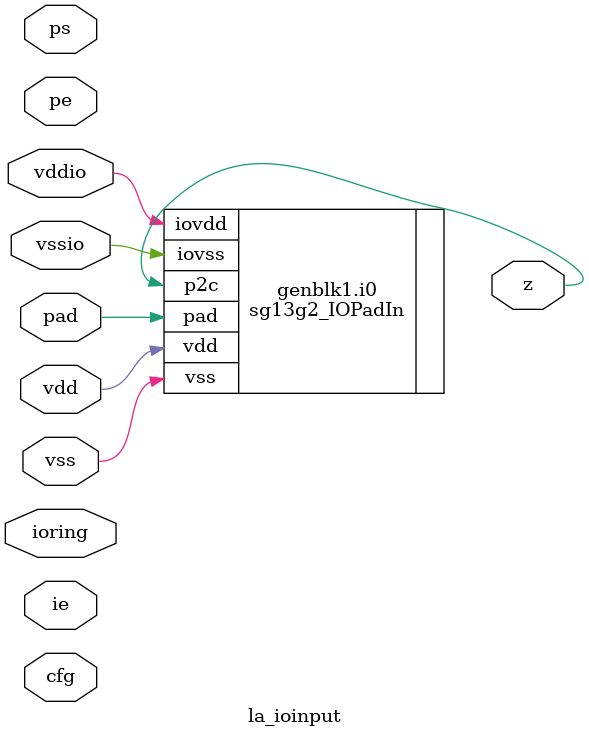
<source format=v>
/*****************************************************************************
 * Function: IO bi-directional buffer
 * Copyright: Lambda Project Authors. All rights Reserved.
 * License:  MIT (see LICENSE file in Lambda repository)
 *
 * Docs:
 *
 * This is a generic cell that defines the standard interface of the lambda
 * bidrectional buffer cell. It is only suitable for FPGA synthesis.
 *
 * ASIC specific libraries will need to use the TYPE field to select an
 * appropriate hardcoded physical cell based on the the process constraints
 * and library composition. For example, modern nodes will usually have
 * different IP cells for the placing cells vvertically or horizontally.
 *
 ****************************************************************************/
(* keep_hierarchy *)
module la_ioinput #(
    parameter PROP  = "DEFAULT",  // cell type
    parameter SIDE  = "NO",       // "NO", "SO", "EA", "WE"
    parameter CFGW  = 16,         // width of core config bus
    parameter RINGW = 8           // width of io ring
) (  // io pad signals
    inout              pad,     // bidirectional pad signal
    inout              vdd,     // core supply
    inout              vss,     // core ground
    inout              vddio,   // io supply
    inout              vssio,   // io ground
    // core facing signals
    output             z,       // output to core
    input              ie,      // input enable, 1 = active
    input              pe,      // pull enable, 1 = enable
    input              ps,      // pull select, 1 = pullup, 0 = pulldown
    inout  [RINGW-1:0] ioring,  // generic io-ring interface
    input  [ CFGW-1:0] cfg      // generic config interface
);

  if (PROP=="FIXED") begin
    sg13g2_IOPadIn i0 (
        .pad(pad),
        .p2c(z),
        .iovdd(vddio),
        .iovss(vssio),
        .vdd(vdd),
        .vss(vss)
    );
  end
  else begin
    sg13g2_IOPadIn i0 (
        .pad(pad),
        .p2c(z),
        .iovdd(vddio),
        .iovss(vssio),
        .vdd(vdd),
        .vss(vss)
    );
  end

endmodule

</source>
